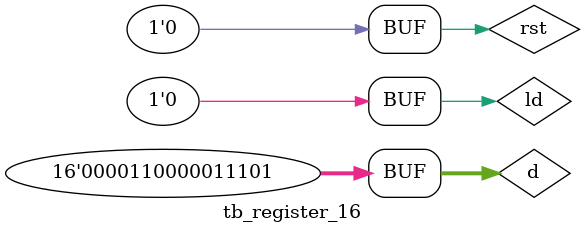
<source format=v>
`timescale 1ns / 1ps
module register_16(
		output reg[15:0] q,
		input[15:0] d,
		input ld, rst);
	//reg[15:0] q;
	always @ (posedge ld or negedge rst)
	begin
		if(rst == 0)
			q <= 0;
		else
			q <= d;
	end

endmodule

module tb_register_16;
	reg [15:0] d;
	reg ld, rst;
	wire[15:0] q;
	
	register_16 m(q, d, ld, rst);
	
	initial
	begin
		rst=0; d=5;
		#10 ld=1;
		#10 rst=1;
		#10 ld=0;
		#10 ld=1;
		#10 d=3101;
		#10 ld=0;
		#10 ld=1;
		#10 ld=0; rst=0;
	end
endmodule

</source>
